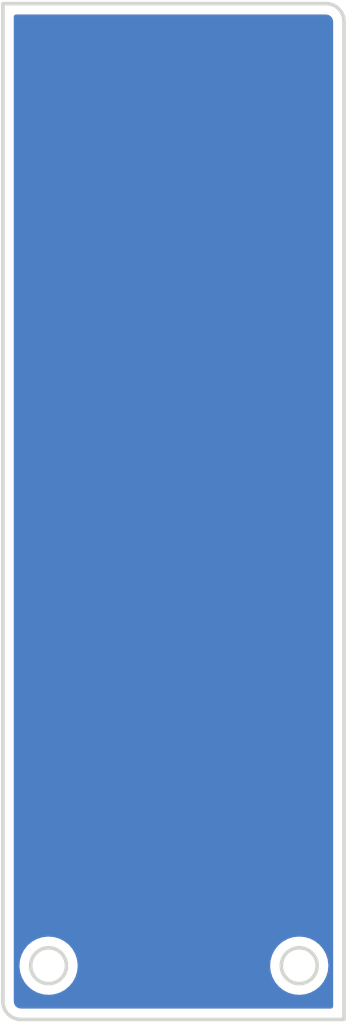
<source format=kicad_pcb>
(kicad_pcb (version 20171130) (host pcbnew "(5.1.2)-2")

  (general
    (thickness 1.6)
    (drawings 8)
    (tracks 0)
    (zones 0)
    (modules 0)
    (nets 1)
  )

  (page A4)
  (layers
    (0 F.Cu signal)
    (31 B.Cu signal)
    (32 B.Adhes user)
    (33 F.Adhes user)
    (34 B.Paste user)
    (35 F.Paste user)
    (36 B.SilkS user)
    (37 F.SilkS user)
    (38 B.Mask user)
    (39 F.Mask user)
    (40 Dwgs.User user)
    (41 Cmts.User user)
    (42 Eco1.User user)
    (43 Eco2.User user)
    (44 Edge.Cuts user)
    (45 Margin user)
    (46 B.CrtYd user)
    (47 F.CrtYd user)
    (48 B.Fab user)
    (49 F.Fab user)
  )

  (setup
    (last_trace_width 0.25)
    (trace_clearance 0.2)
    (zone_clearance 0.508)
    (zone_45_only no)
    (trace_min 0.2)
    (via_size 0.8)
    (via_drill 0.4)
    (via_min_size 0.4)
    (via_min_drill 0.3)
    (uvia_size 0.3)
    (uvia_drill 0.1)
    (uvias_allowed no)
    (uvia_min_size 0.2)
    (uvia_min_drill 0.1)
    (edge_width 0.05)
    (segment_width 0.2)
    (pcb_text_width 0.3)
    (pcb_text_size 1.5 1.5)
    (mod_edge_width 0.12)
    (mod_text_size 1 1)
    (mod_text_width 0.15)
    (pad_size 1.524 1.524)
    (pad_drill 0.762)
    (pad_to_mask_clearance 0.051)
    (solder_mask_min_width 0.25)
    (aux_axis_origin 0 0)
    (visible_elements FFFFFF7F)
    (pcbplotparams
      (layerselection 0x010f0_ffffffff)
      (usegerberextensions true)
      (usegerberattributes false)
      (usegerberadvancedattributes false)
      (creategerberjobfile false)
      (excludeedgelayer true)
      (linewidth 0.100000)
      (plotframeref false)
      (viasonmask false)
      (mode 1)
      (useauxorigin false)
      (hpglpennumber 1)
      (hpglpenspeed 20)
      (hpglpendiameter 15.000000)
      (psnegative false)
      (psa4output false)
      (plotreference true)
      (plotvalue true)
      (plotinvisibletext false)
      (padsonsilk false)
      (subtractmaskfromsilk true)
      (outputformat 1)
      (mirror false)
      (drillshape 0)
      (scaleselection 1)
      (outputdirectory ""))
  )

  (net 0 "")

  (net_class Default "This is the default net class."
    (clearance 0.2)
    (trace_width 0.25)
    (via_dia 0.8)
    (via_drill 0.4)
    (uvia_dia 0.3)
    (uvia_drill 0.1)
  )

  (gr_arc (start 171.41242 82.001478) (end 172.41242 82.001478) (angle -90) (layer Edge.Cuts) (width 0.2) (tstamp 5E592577))
  (gr_line (start 171.41242 81.001478) (end 153.36242 81.001478) (layer Edge.Cuts) (width 0.2) (tstamp 5E592576))
  (gr_circle (center 169.91242 134.701478) (end 168.91242 134.701478) (layer Edge.Cuts) (width 0.2) (tstamp 5E592575))
  (gr_line (start 153.36242 136.701478) (end 153.36242 81.001478) (layer Edge.Cuts) (width 0.2) (tstamp 5E592574))
  (gr_circle (center 155.91242 134.701478) (end 154.91242 134.701478) (layer Edge.Cuts) (width 0.2) (tstamp 5E592573))
  (gr_line (start 172.41242 137.701478) (end 172.41242 82.001478) (layer Edge.Cuts) (width 0.2) (tstamp 5E592572))
  (gr_line (start 154.36242 137.701478) (end 172.41242 137.701478) (layer Edge.Cuts) (width 0.2) (tstamp 5E592571))
  (gr_arc (start 154.36242 136.701478) (end 153.36242 136.701478) (angle -90) (layer Edge.Cuts) (width 0.2) (tstamp 5E592570))

  (zone (net 0) (net_name "") (layer F.Cu) (tstamp 5E592732) (hatch edge 0.508)
    (connect_pads (clearance 0.508))
    (min_thickness 0.254)
    (fill yes (arc_segments 32) (thermal_gap 0.508) (thermal_bridge_width 0.508))
    (polygon
      (pts
        (xy 153.2 80.8) (xy 172.6 80.8) (xy 172.6 137.9) (xy 153.2 137.9)
      )
    )
    (filled_polygon
      (pts
        (xy 171.463207 81.744982) (xy 171.51206 81.759732) (xy 171.557119 81.78369) (xy 171.596665 81.815944) (xy 171.629194 81.855264)
        (xy 171.653463 81.900148) (xy 171.668555 81.948905) (xy 171.677421 82.033252) (xy 171.67742 136.966478) (xy 154.398367 136.966478)
        (xy 154.311634 136.957974) (xy 154.26278 136.943224) (xy 154.217721 136.919266) (xy 154.178174 136.887012) (xy 154.145647 136.847693)
        (xy 154.121377 136.802807) (xy 154.106285 136.754051) (xy 154.09742 136.669713) (xy 154.09742 134.725982) (xy 154.157591 134.725982)
        (xy 154.195771 135.066363) (xy 154.299337 135.392846) (xy 154.464346 135.692995) (xy 154.684511 135.955378) (xy 154.951447 136.169999)
        (xy 155.254985 136.328686) (xy 155.583566 136.425392) (xy 155.924672 136.456435) (xy 156.265312 136.420633) (xy 156.59251 136.319348)
        (xy 156.893804 136.156439) (xy 157.157717 135.938111) (xy 157.374197 135.67268) (xy 157.534998 135.370257) (xy 157.633996 135.042359)
        (xy 157.665017 134.725982) (xy 168.157591 134.725982) (xy 168.195771 135.066363) (xy 168.299337 135.392846) (xy 168.464346 135.692995)
        (xy 168.684511 135.955378) (xy 168.951447 136.169999) (xy 169.254985 136.328686) (xy 169.583566 136.425392) (xy 169.924672 136.456435)
        (xy 170.265312 136.420633) (xy 170.59251 136.319348) (xy 170.893804 136.156439) (xy 171.157717 135.938111) (xy 171.374197 135.67268)
        (xy 171.534998 135.370257) (xy 171.633996 135.042359) (xy 171.66742 134.701478) (xy 171.666736 134.652476) (xy 171.623807 134.31266)
        (xy 171.515692 133.987655) (xy 171.346509 133.689839) (xy 171.122702 133.430556) (xy 170.852796 133.219682) (xy 170.547071 133.06525)
        (xy 170.217173 132.97314) (xy 169.875666 132.946863) (xy 169.53556 132.987418) (xy 169.209807 133.093261) (xy 168.910818 133.260361)
        (xy 168.649979 133.482353) (xy 168.437226 133.75078) (xy 168.280662 134.055419) (xy 168.186252 134.384667) (xy 168.157591 134.725982)
        (xy 157.665017 134.725982) (xy 157.66742 134.701478) (xy 157.666736 134.652476) (xy 157.623807 134.31266) (xy 157.515692 133.987655)
        (xy 157.346509 133.689839) (xy 157.122702 133.430556) (xy 156.852796 133.219682) (xy 156.547071 133.06525) (xy 156.217173 132.97314)
        (xy 155.875666 132.946863) (xy 155.53556 132.987418) (xy 155.209807 133.093261) (xy 154.910818 133.260361) (xy 154.649979 133.482353)
        (xy 154.437226 133.75078) (xy 154.280662 134.055419) (xy 154.186252 134.384667) (xy 154.157591 134.725982) (xy 154.09742 134.725982)
        (xy 154.09742 81.736478) (xy 171.376473 81.736478)
      )
    )
  )
  (zone (net 0) (net_name "") (layer B.Cu) (tstamp 5E59272F) (hatch edge 0.508)
    (connect_pads (clearance 0.508))
    (min_thickness 0.254)
    (fill yes (arc_segments 32) (thermal_gap 0.508) (thermal_bridge_width 0.508))
    (polygon
      (pts
        (xy 153.2 80.8) (xy 172.6 80.8) (xy 172.6 137.9) (xy 153.2 137.9)
      )
    )
    (filled_polygon
      (pts
        (xy 171.463207 81.744982) (xy 171.51206 81.759732) (xy 171.557119 81.78369) (xy 171.596665 81.815944) (xy 171.629194 81.855264)
        (xy 171.653463 81.900148) (xy 171.668555 81.948905) (xy 171.677421 82.033252) (xy 171.67742 136.966478) (xy 154.398367 136.966478)
        (xy 154.311634 136.957974) (xy 154.26278 136.943224) (xy 154.217721 136.919266) (xy 154.178174 136.887012) (xy 154.145647 136.847693)
        (xy 154.121377 136.802807) (xy 154.106285 136.754051) (xy 154.09742 136.669713) (xy 154.09742 134.725982) (xy 154.157591 134.725982)
        (xy 154.195771 135.066363) (xy 154.299337 135.392846) (xy 154.464346 135.692995) (xy 154.684511 135.955378) (xy 154.951447 136.169999)
        (xy 155.254985 136.328686) (xy 155.583566 136.425392) (xy 155.924672 136.456435) (xy 156.265312 136.420633) (xy 156.59251 136.319348)
        (xy 156.893804 136.156439) (xy 157.157717 135.938111) (xy 157.374197 135.67268) (xy 157.534998 135.370257) (xy 157.633996 135.042359)
        (xy 157.665017 134.725982) (xy 168.157591 134.725982) (xy 168.195771 135.066363) (xy 168.299337 135.392846) (xy 168.464346 135.692995)
        (xy 168.684511 135.955378) (xy 168.951447 136.169999) (xy 169.254985 136.328686) (xy 169.583566 136.425392) (xy 169.924672 136.456435)
        (xy 170.265312 136.420633) (xy 170.59251 136.319348) (xy 170.893804 136.156439) (xy 171.157717 135.938111) (xy 171.374197 135.67268)
        (xy 171.534998 135.370257) (xy 171.633996 135.042359) (xy 171.66742 134.701478) (xy 171.666736 134.652476) (xy 171.623807 134.31266)
        (xy 171.515692 133.987655) (xy 171.346509 133.689839) (xy 171.122702 133.430556) (xy 170.852796 133.219682) (xy 170.547071 133.06525)
        (xy 170.217173 132.97314) (xy 169.875666 132.946863) (xy 169.53556 132.987418) (xy 169.209807 133.093261) (xy 168.910818 133.260361)
        (xy 168.649979 133.482353) (xy 168.437226 133.75078) (xy 168.280662 134.055419) (xy 168.186252 134.384667) (xy 168.157591 134.725982)
        (xy 157.665017 134.725982) (xy 157.66742 134.701478) (xy 157.666736 134.652476) (xy 157.623807 134.31266) (xy 157.515692 133.987655)
        (xy 157.346509 133.689839) (xy 157.122702 133.430556) (xy 156.852796 133.219682) (xy 156.547071 133.06525) (xy 156.217173 132.97314)
        (xy 155.875666 132.946863) (xy 155.53556 132.987418) (xy 155.209807 133.093261) (xy 154.910818 133.260361) (xy 154.649979 133.482353)
        (xy 154.437226 133.75078) (xy 154.280662 134.055419) (xy 154.186252 134.384667) (xy 154.157591 134.725982) (xy 154.09742 134.725982)
        (xy 154.09742 81.736478) (xy 171.376473 81.736478)
      )
    )
  )
)

</source>
